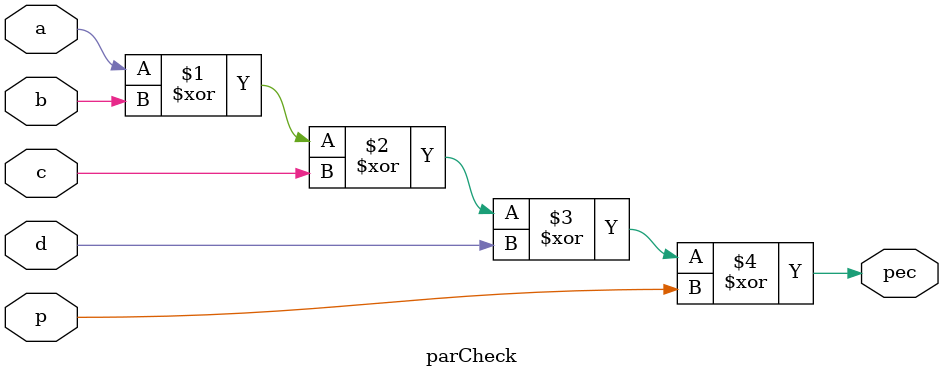
<source format=v>
`timescale 1ns / 1ps

module parCheck(
    input a, b, c, d, p,
    output pec
    );

assign pec = a^b^c^d^p;

endmodule
</source>
